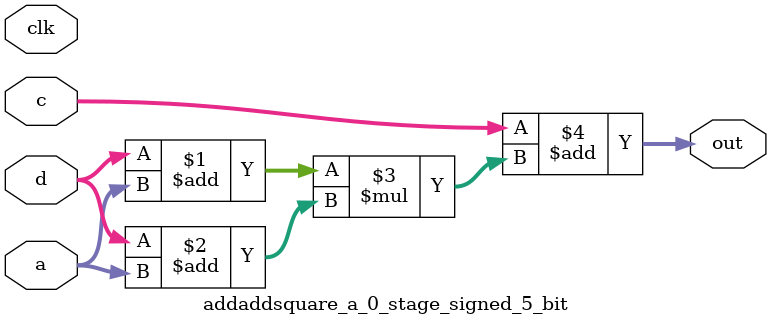
<source format=sv>
(* use_dsp = "yes" *) module addaddsquare_a_0_stage_signed_5_bit(
	input signed [4:0] a,
	input signed [4:0] c,
	input signed [4:0] d,
	output [4:0] out,
	input clk);

	assign out = c + ((d + a) * (d + a));
endmodule

</source>
